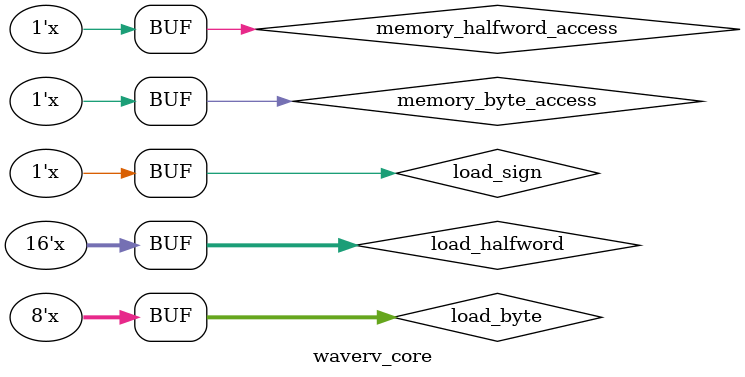
<source format=v>

module instructio_memory (
	input clk,
	input [31:0] program_counter,
	output reg [31:0] instruction_memory_read_data
);

reg [31:0] memory_block [0:255];

always @(posedge clk) begin
	instruction_memory_read_data <= memory_block[program_counter];
end

endmodule

module data_memory (
	input clk,
	input store,
	input [31:0] data_memory_access_address,
	input [31:0] data_memory_write_data,
	output reg [31:0] data_memory_read_data
);

reg [31:0] memory_block [0:255];

always @(posedge clk) begin
	if (store) begin
		memory_block[data_memory_access_address] <= data_memory_write_data;
	end
	data_memory_read_data <= memory_block[data_memory_access_address];
end

endmodule

// **************************************************
// WaveRV Core
// **************************************************

module program_counter(
	input clk,
	input next_pc,
	input wire execute,
	output reg [31:0] program_counter
);

always @(posedge clk) begin
	if (execute) begin
		program_counter <= program_counter + next_pc;
	end
end

endmodule

module instruction_register(
	input wire clk,
	input wire fetch,
	input wire [31:0] instruction_memory_read_data,
	output reg [31:0] instruction_register
);

always @(posedge clk) begin
	if (fetch) begin
		instruction_register <= instruction_memory_read_data;
	end
end

endmodule

module control_unit(
	input clk,
	input wire [31:0] program_counter,
	input wire [31:0] instruction_register,
	output wire [4:0] rd_address,
	output wire [4:0] rs1_address,
	output wire [4:0] rs2_address,
	output wire [2:0] funct3,
	output wire [6:0] funct7,
	output wire write_back_enable,
	output reg fetch,
	output reg execute,
	output reg take_branch,
	output reg [31:0] write_back_data,
	output reg [31:0] next_pc
);

// Instruction
wire alu_register_operation           = (instruction_register[6:2] == 5'b01100); // rd <- rs1 OP rs2
wire alu_immediate_operation          = (instruction_register[6:2] == 5'b00100); // rd <- rs1 OP Iimm
wire branch_operation                 = (instruction_register[6:2] == 5'b11000); // (rs1 OP rs2) ? PC <- PC + Bimm : nothing
wire jump_and_link_pc_operation       = (instruction_register[6:2] == 5'b01111); // rd <- PC + 4; PC <- PC + Jimm
wire jump_and_link_register_operation = (instruction_register[6:2] == 5'b11001); // rd <- PC + 4; PC <- rs1 + Iimm
wire add_upper_immediate_pc_operation = (instruction_register[6:2] == 5'b00101); // rd <- PC + Uimm 
wire load_upper_immediate_operation   = (instruction_register[6:2] == 5'b01101); // rd <- Uimm
wire load_operation                   = (instruction_register[6:2] == 5'b00000); // rd <- memory[rs1 + Iimm]
wire store_operation                  = (instruction_register[6:2] == 5'b01000); // memory[rs1 + Simm] <- rs2
wire system_operation                 = (instruction_register[6:2] == 5'b11100); // witchcraft

// Register
wire rd_address                 = instruction_register[11:7];  // destination register
wire rs1_address                = instruction_register[19:15]; // operand register 1
wire rs2_address                = instruction_register[24:20]; // operand register 2

// Function
assign funct3                     = instruction_register[14:12];
assign funct7                     = instruction_register[31:25];

reg [2:0] state = 3'b000;
// 000 - Fetch
// 001 - Execute
// 010, 011, 100, 101, 110, 111 - Reserved

always @(posedge clk) begin
	case(state)
		3'b000: begin // fetch
			fetch <= 1;
			execute <= 0;
			state <= 3'b001;
		end
		3'b001: begin // execute
		fetch <= 1;
			execute = 1;
			state <= 3'b000;
		end
	endcase
end

always @(*) begin
	case(funct3)
		3'b000: take_branch = (rs1 == rs2);
		3'b001: take_branch = (rs1 != rs2);
		3'b100: take_branch = ($signed(rs1) < $signed(rs2));
		3'b101: take_branch = ($signed(rs1) >= $signed(rs2));
		3'b110: take_branch = (rs1 < rs2);
		3'b111: take_branch = (rs1 >= rs2);
		default: take_branch = 1'b0;
	endcase
end

always @(posedge clk) begin
	if(reg_write_enable && (rd_address != 0)) begin
		register_file[rd_address] <= reg_write_data;
	end
end

always @(posedge clk) begin
	write_back_data = (jump_and_link_pc_operation || jump_and_link_register_operation) ? (program_counter + 4) : 
		(load_upper_immediate_operation) ? Uimm :
		(add_upper_immediate_pc_operation) ? (program_counter + Uimm) : 
		alu_out;
end

assign write_back_enable = ((state == 2'b01) && 
	(alu_register_operation              || 
		alu_immediate_operation          || 
		jump_and_link_pc_operation       || 
		jump_and_link_register_operation || 
		load_upper_immediate_operation   ||
		add_upper_immediate_pc_operation
	));

always @(posedge clk) begin
	next_pc = (branch_operation && take_branch) ? program_counter + Bimm:
		jump_and_link_register_operation                ? program_counter + Jimm :
		jump_and_link_immediate_operation               ? rs1 + Iimm :
		program_counter + 4;
end

endmodule

module immediate_generator(
	input wire [31:0] instruction_register,
	output wire [31:0] Uimm,
	output wire [31:0] Iimm,
	output wire [31:0] Simm,
	output wire [31:0] Bimm,
	output wire [31:0] Jimm
);

assign Uimm = {    instruction_register[31],   instruction_register[30:12], {12{1'b0}}};                                                   // zero extend bits 11-0
assign Iimm = {{21{instruction_register[31]}}, instruction_register[30:20]};                                                              // sign extend bits 32-11
assign Simm = {{21{instruction_register[31]}}, instruction_register[30:25], instruction_register[11:7]};                                  // sign extend bits 31-11 
assign Bimm = {{20{instruction_register[31]}}, instruction_register[7], instruction_register[30:25], instruction_register[11:8], 1'b0};   // sign extend bits 31-12, bit 0 = 0 
assign Jimm = {{12{instruction_register[31]}}, instruction_register[19:12], instruction_register[20], instruction_register[30:21], 1'b0}; // sign extend bits 31-20, bit 0 = 0

endmodule 

module alu(
	input wire [31:0] alu_in_1,
	input wire [31:0] alu_in_2,
	input wire [31:0] rs1,
	input wire [31:0] rs2,
	input wire [4:0] shamt,
	input wire [31:0] instruction_register,
	input wire [2:0] funct3,
	input wire [6:0] funct7,
	output reg [31:0] alu_out
);

always @(*) begin
	case(funct3)
		3'b000: alu_out = (funct7[5] & instruction_register[5]) ? (alu_in_1 - alu_in_2) : (alu_in_1 + alu_in_2); // if bit 5 of funct7 and the instruction register are high it must be a reg-reg operation, otherwise it must be a reg-imm operation (and also and add)
		3'b001: alu_out = alu_in_1 << shamt; // register-shift left
		3'b010: alu_out = ($signed(alu_in_1) < $signed(alu_in_2)); // set less than
		3'b011: alu_out = (alu_in_1 < alu_in_2); // set less than unsigned
		3'b100: alu_out = (alu_in_1 ^ alu_in_2); // xor
		3'b101: alu_out = funct7[5] ? ($signed(alu_in_1) >>> shamt) : (alu_in_1 >> shamt); // register-shift right logical or arthimetic depdning on funct7 bit 5
		3'b110: alu_out = (alu_in_1 | alu_in_2); // or
		3'b111: alu_out = (alu_in_1 & alu_in_2); // and
	endcase
end

endmodule

module register_file(
	input wire clk,
	input wire register_store,
	input wire [4:0] read_register_1,
	input wire [4:0] read_register_2,
	input wire [4:0] write_register,
	input wire [31:0] register_write_data,
	output wire [31:0] read_data_1,
	output wire [31:0] read_data_2
);

reg [31:0] register_file [0:31];

always @(posedge clk) begin
	if (register_store) begin
		register_file[write_register] <= register_write_data;
	end 
end

assign read_data_1 = register_file[read_register_1]; 
assign read_data_2 = register_file[read_register_2]; 

endmodule

module waverv_core ();

	wire [31:0] pc_plus_4 = program_counter + 4;
	wire [31:0] pc_plus_immediate = program_counter + ( 
	jump_and_link_pc_operation ? Jimm :
	add_upper_immediate_pc_operation ? Uimm : 
	Bimm );

	wire [31:0] load_store_address = rs1 + (
	store_operation ? Simm :
	Iimm );

	wire [15:0] load_halfword = load_store_address[1] ? memory_read_data[31:16] : memory_read_data[15:0];

	wire [7:0] load_byte = load_store_address[0] ? load_halfword[15:8] : load_halfword[7:0];

	wire memory_byte_access = funct3[1:0] == 2'b00;
	wire memory_halfword_access = funct3[1:0] == 2'b01;

	wire load_sign = !funct3[2] & (memory_byte_access ? load_byte[7] : load_halfword[15]);

	wire [31:0] load_data = 
		memory_byte_access ? {{24{load_sign}}, load_byte} :
		memory_halfword_access ? {{16{load_sign}}, load_halfword} :
		memory_read_data;
 
	assign memory_access_address = (state[wait_instruction_bit] | state[fetch_instruction_bit]) ? program_counter : load_store_address; 

	assign memory_write_data[ 7: 0] = rs2[7:0];
	assign memory_write_data[15: 8] = load_store_address[0] ? rs2[7:0] : rs2[15:8];
	assign memory_write_data[23:16] = load_store_address[1] ? rs2[7:0] : rs2[23:16];
	assign memory_write_data[31:24] = load_store_address[0] ? rs2[7:0] : load_store_address[1] ? rs2[15:8] : rs2[31:24];

	wire [3:0] write_mask = 
		memory_byte_access ? 
			(load_store_address[1] ? (load_store_address[0] ? 4'b1000 : 4'b0100) :
				(load_store_address[0] ? 4'b0010 : 4'b0001)
			) :
		memory_halfword_access ?
			(load_store_address[1] ? 4'b1100 : 4'b0011) :
			4'b1111;

endmodule

</source>
